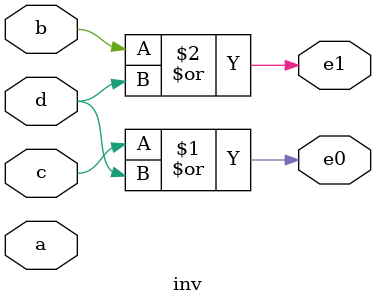
<source format=v>
`timescale 1ns / 1ps

module inv(
    input a,
    input b,
    input c,
    input d,
    output e0,
    output e1

);
    
assign e0 = c | d;
assign e1 = b | d;

endmodule
</source>
